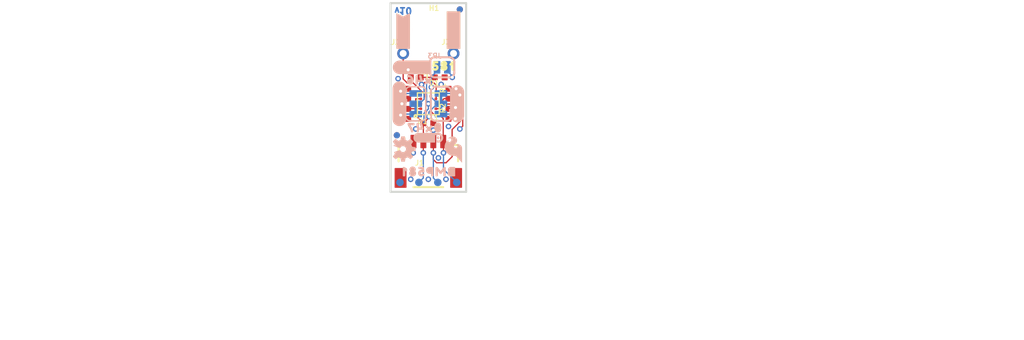
<source format=kicad_pcb>
(kicad_pcb (version 20211014) (generator pcbnew)
  (layers (0 "F.Cu" signal) (31 "B.Cu" signal) (34 "B.Paste" user) (35 "F.Paste" user) (36 "B.SilkS" user "B.Silkscreen") (37 "F.SilkS" user "F.Silkscreen") (38 "B.Mask" user) (39 "F.Mask" user) (44 "Edge.Cuts" user))
  (net 0 "")
  (net 1 "VDD")
  (net 2 "GND")
  (net 3 "SDA")
  (net 4 "SCL")
  (net 5 "ADR")
  (net 6 "INT")
  (net 7 "N$5")
  (net 8 "N$6")
  (net 9 "N$3")
  (net 10 "N$4")
  (net 11 "N$1")
  (net 12 "N$2")
  (footprint "boardEagle:0402-TIGHT" (layer "F.Cu") (at 150.5331 106.6546 90)
    (fp_text reference "R2" (at 0 -0.562 90) (layer "F.SilkS") (effects (font (size 0.512064 0.512064) (thickness 0.097536)) (justify left)))
    (fp_text value "2.2k")
    (pad "1" smd roundrect (at -0.5 0 90) (size 0.6 0.6) (layers "F.Cu" "F.Paste" "F.Mask") (roundrect_rratio 0.08466666667) (net 9 "N$3"))
    (pad "2" smd roundrect (at 0.5 0 90) (size 0.6 0.6) (layers "F.Cu" "F.Paste" "F.Mask") (roundrect_rratio 0.08466666667) (net 4 "SCL"))
  )
  (footprint "boardEagle:0402-TIGHT" (layer "F.Cu") (at 147.2311 102.9716)
    (fp_text reference "R5" (at 0 -0.562) (layer "F.SilkS") (effects (font (size 0.512064 0.512064) (thickness 0.097536)) (justify left)))
    (fp_text value "1k")
    (pad "1" smd roundrect (at -0.5 0) (size 0.6 0.6) (layers "F.Cu" "F.Paste" "F.Mask") (roundrect_rratio 0.08466666667) (net 2 "GND"))
    (pad "2" smd roundrect (at 0.5 0) (size 0.6 0.6) (layers "F.Cu" "F.Paste" "F.Mask") (roundrect_rratio 0.08466666667) (net 8 "N$6"))
  )
  (footprint "boardEagle:0402-TIGHT" (layer "F.Cu") (at 148.5011 107.5944)
    (fp_text reference "C1" (at 0 -0.562) (layer "F.SilkS") (effects (font (size 0.512064 0.512064) (thickness 0.097536)) (justify left)))
    (fp_text value "0.1uF")
    (pad "1" smd roundrect (at -0.5 0) (size 0.6 0.6) (layers "F.Cu" "F.Paste" "F.Mask") (roundrect_rratio 0.08466666667) (net 1 "VDD"))
    (pad "2" smd roundrect (at 0.5 0) (size 0.6 0.6) (layers "F.Cu" "F.Paste" "F.Mask") (roundrect_rratio 0.08466666667) (net 2 "GND"))
  )
  (footprint "boardEagle:CREATIVE_COMMONS" (layer "F.Cu") (at 125.6411 128.4986)
    (fp_text reference "FRAME1" hide)
    (fp_text value "FRAME-LETTER" hide)
  )
  (footprint "boardEagle:LED-0402" (layer "F.Cu") (at 149.6441 102.9716 180)
    (fp_text reference "D1" (at 0 -0.562) (layer "F.SilkS") (effects (font (size 0.512064 0.512064) (thickness 0.097536)) (justify right)))
    (fp_text value "RED")
    (pad "A" smd roundrect (at -0.5 0 180) (size 0.6 0.6) (layers "F.Cu" "F.Paste" "F.Mask") (roundrect_rratio 0.08466666667) (net 7 "N$5"))
    (pad "C" smd roundrect (at 0.5 0 180) (size 0.6 0.6) (layers "F.Cu" "F.Paste" "F.Mask") (roundrect_rratio 0.08466666667) (net 8 "N$6"))
  )
  (footprint "boardEagle:BMP581" (layer "F.Cu") (at 148.5011 105.6386 180)
    (fp_text reference "U1" (at 0 -1.778) (layer "F.SilkS") (effects (font (size 0.512064 0.512064) (thickness 0.097536)) (justify right)))
    (fp_text value "BMP581")
    (pad "1" smd roundrect (at 0.25 -0.7625 180) (size 0.25 0.275) (layers "F.Cu" "F.Mask") (roundrect_rratio 0.2032) (net 1 "VDD"))
    (pad "2" smd roundrect (at -0.25 -0.7625 180) (size 0.25 0.275) (layers "F.Cu" "F.Mask") (roundrect_rratio 0.2032) (net 4 "SCL"))
    (pad "3" smd roundrect (at -0.7625 -0.5 180) (size 0.275 0.25) (layers "F.Cu" "F.Mask") (roundrect_rratio 0.2032) (net 2 "GND"))
    (pad "4" smd roundrect (at -0.7625 0 180) (size 0.275 0.25) (layers "F.Cu" "F.Mask") (roundrect_rratio 0.2032) (net 3 "SDA"))
    (pad "5" smd roundrect (at -0.7625 0.5 180) (size 0.275 0.25) (layers "F.Cu" "F.Mask") (roundrect_rratio 0.2032) (net 5 "ADR"))
    (pad "6" smd roundrect (at -0.25 0.7625 180) (size 0.25 0.275) (layers "F.Cu" "F.Mask") (roundrect_rratio 0.2032) (net 1 "VDD"))
    (pad "7" smd roundrect (at 0.25 0.7625 180) (size 0.25 0.275) (layers "F.Cu" "F.Mask") (roundrect_rratio 0.2032) (net 6 "INT"))
    (pad "8" smd roundrect (at 0.7625 0.5 180) (size 0.275 0.25) (layers "F.Cu" "F.Mask") (roundrect_rratio 0.2032) (net 2 "GND"))
    (pad "9" smd roundrect (at 0.7625 0 180) (size 0.275 0.25) (layers "F.Cu" "F.Mask") (roundrect_rratio 0.2032) (net 2 "GND"))
    (pad "10" smd roundrect (at 0.7625 -0.5 180) (size 0.275 0.25) (layers "F.Cu" "F.Mask") (roundrect_rratio 0.2032) (net 1 "VDD"))
  )
  (footprint "boardEagle:#INT#0" (layer "F.Cu") (at 145.9611 100.4316 90)
    (fp_text reference "U$7" hide)
    (fp_text value "" hide)
  )
  (footprint "boardEagle:FIDUCIAL-MICRO" (layer "F.Cu") (at 145.3261 108.8136)
    (fp_text reference "FD4" hide)
    (fp_text value "FIDUCIALUFIDUCIAL" hide)
    (pad "1" smd roundrect (at 0 0) (size 0.635 0.635) (layers "F.Cu" "F.Mask") (roundrect_rratio 0.5))
  )
  (footprint "boardEagle:FIDUCIAL-MICRO" (layer "F.Cu") (at 151.6761 96.1136)
    (fp_text reference "FD1" hide)
    (fp_text value "FIDUCIALUFIDUCIAL" hide)
    (pad "1" smd roundrect (at 0 0) (size 0.635 0.635) (layers "F.Cu" "F.Mask") (roundrect_rratio 0.5))
  )
  (footprint "boardEagle:0402-TIGHT" (layer "F.Cu") (at 150.5331 104.6226 90)
    (fp_text reference "R1" (at 0 -0.562 90) (layer "F.SilkS") (effects (font (size 0.512064 0.512064) (thickness 0.097536)) (justify left)))
    (fp_text value "2.2k")
    (pad "1" smd roundrect (at -0.5 0 90) (size 0.6 0.6) (layers "F.Cu" "F.Paste" "F.Mask") (roundrect_rratio 0.08466666667) (net 3 "SDA"))
    (pad "2" smd roundrect (at 0.5 0 90) (size 0.6 0.6) (layers "F.Cu" "F.Paste" "F.Mask") (roundrect_rratio 0.08466666667) (net 10 "N$4"))
  )
  (footprint "boardEagle:1X01_1MM_NO_SILK" (layer "F.Cu") (at 145.9611 100.5586)
    (fp_text reference "J2" (at -1.27 -1.143) (layer "F.SilkS") (effects (font (size 0.512064 0.512064) (thickness 0.097536)) (justify left)))
    (fp_text value "")
    (pad "1" thru_hole circle (at 0 0 90) (size 1.2 1.2) (drill 0.7) (layers *.Cu *.Mask) (net 6 "INT"))
  )
  (footprint "boardEagle:1X01_1MM_NO_SILK" (layer "F.Cu") (at 151.0411 100.5586)
    (fp_text reference "J3" (at -1.27 -1.143) (layer "F.SilkS") (effects (font (size 0.512064 0.512064) (thickness 0.097536)) (justify left)))
    (fp_text value "")
    (pad "1" thru_hole circle (at 0 0 90) (size 1.2 1.2) (drill 0.7) (layers *.Cu *.Mask) (net 2 "GND"))
  )
  (footprint "boardEagle:#GND#0" (layer "F.Cu") (at 151.0411 100.4316 90)
    (fp_text reference "U$5" hide)
    (fp_text value "" hide)
  )
  (footprint "boardEagle:BLANK" (layer "F.Cu") (at 125.6411 128.4986)
    (fp_text reference "LOGO4" hide)
    (fp_text value "SFE_LOGO_NAMEBLANK" hide)
  )
  (footprint "boardEagle:STAND-OFF" (layer "F.Cu") (at 148.5011 98.0186)
    (fp_text reference "H1" (at 0 -2.032) (layer "F.SilkS") (effects (font (size 0.512064 0.512064) (thickness 0.097536)) (justify left)))
    (fp_text value "STAND-OFF")
    (pad "" np_thru_hole circle (at 0 0) (size 3.302 3.302) (drill 3.302) (layers *.Cu *.Mask))
  )
  (footprint "boardEagle:JST04_1MM_RA" (layer "F.Cu") (at 148.5011 109.4486)
    (fp_text reference "J1" (at -1.397 2.159) (layer "F.SilkS") (effects (font (size 0.512064 0.512064) (thickness 0.097536)) (justify left)))
    (fp_text value "QWIIC_RIGHT_ANGLE")
    (pad "1" smd roundrect (at -1.5 0) (size 0.6 1.35) (layers "F.Cu" "F.Paste" "F.Mask") (roundrect_rratio 0.08466666667) (net 2 "GND"))
    (pad "2" smd roundrect (at -0.5 0) (size 0.6 1.35) (layers "F.Cu" "F.Paste" "F.Mask") (roundrect_rratio 0.08466666667) (net 1 "VDD"))
    (pad "3" smd roundrect (at 0.5 0) (size 0.6 1.35) (layers "F.Cu" "F.Paste" "F.Mask") (roundrect_rratio 0.08466666667) (net 3 "SDA"))
    (pad "4" smd roundrect (at 1.5 0) (size 0.6 1.35) (layers "F.Cu" "F.Paste" "F.Mask") (roundrect_rratio 0.08466666667) (net 4 "SCL"))
    (pad "NC1" smd roundrect (at 2.8 3.675) (size 1.2 2) (layers "F.Cu" "F.Paste" "F.Mask") (roundrect_rratio 0.04233333333))
    (pad "NC2" smd roundrect (at -2.8 3.675) (size 1.2 2) (layers "F.Cu" "F.Paste" "F.Mask") (roundrect_rratio 0.04233333333))
  )
  (footprint "boardEagle:0402-TIGHT" (layer "F.Cu") (at 146.4691 104.6226 90)
    (fp_text reference "R4" (at 0 -0.562 90) (layer "F.SilkS") (effects (font (size 0.512064 0.512064) (thickness 0.097536)) (justify left)))
    (fp_text value "10K")
    (pad "1" smd roundrect (at -0.5 0 90) (size 0.6 0.6) (layers "F.Cu" "F.Paste" "F.Mask") (roundrect_rratio 0.08466666667) (net 2 "GND"))
    (pad "2" smd roundrect (at 0.5 0 90) (size 0.6 0.6) (layers "F.Cu" "F.Paste" "F.Mask") (roundrect_rratio 0.08466666667) (net 12 "N$2"))
  )
  (footprint "boardEagle:0402-TIGHT" (layer "F.Cu") (at 146.4691 106.6546 90)
    (fp_text reference "R3" (at 0 -0.562 90) (layer "F.SilkS") (effects (font (size 0.512064 0.512064) (thickness 0.097536)) (justify left)))
    (fp_text value "10K")
    (pad "1" smd roundrect (at -0.5 0 90) (size 0.6 0.6) (layers "F.Cu" "F.Paste" "F.Mask") (roundrect_rratio 0.08466666667) (net 11 "N$1"))
    (pad "2" smd roundrect (at 0.5 0 90) (size 0.6 0.6) (layers "F.Cu" "F.Paste" "F.Mask") (roundrect_rratio 0.08466666667) (net 1 "VDD"))
  )
  (footprint "boardEagle:BMP5810" (layer "F.Cu") (at 148.5011 101.8286)
    (fp_text reference "U$1" hide)
    (fp_text value "" hide)
  )
  (footprint "boardEagle:PAD.03X.03" (layer "B.Cu") (at 149.4536 113.5761 180)
    (fp_text reference "TP3" hide)
    (fp_text value "TEST-POINT3" hide)
    (pad "1" smd roundrect (at 0 0 180) (size 0.762 0.762) (layers "B.Cu" "B.Mask") (roundrect_rratio 0.5) (net 3 "SDA"))
  )
  (footprint "boardEagle:FIDUCIAL-MICRO" (layer "B.Cu") (at 151.6761 96.1136 180)
    (fp_text reference "FD2" hide)
    (fp_text value "FIDUCIALUFIDUCIAL" hide)
    (pad "1" smd roundrect (at 0 0 180) (size 0.635 0.635) (layers "B.Cu" "B.Mask") (roundrect_rratio 0.5))
  )
  (footprint "boardEagle:BMP5810" (layer "B.Cu") (at 148.5011 112.4966 180)
    (fp_text reference "U$2" hide)
    (fp_text value "" hide)
  )
  (footprint "boardEagle:#INT#0" (layer "B.Cu") (at 145.9611 100.4316 90)
    (fp_text reference "U$8" hide)
    (fp_text value "" hide)
  )
  (footprint "boardEagle:OSHW-LOGO-MINI" (layer "B.Cu") (at 145.9611 110.2106 90)
    (fp_text reference "LOGO1" hide)
    (fp_text value "OSHW-LOGOMINI" hide)
  )
  (footprint "boardEagle:SFE_LOGO_FLAME_.1" (layer "B.Cu") (at 151.0411 110.2106 180)
    (fp_text reference "LOGO2" hide)
    (fp_text value "SFE_LOGO_FLAME.1_INCH" hide)
  )
  (footprint "boardEagle:SMT-JUMPER_2_NC_TRACE_SILK" (layer "B.Cu") (at 149.8981 101.9556 180)
    (fp_text reference "JP3" (at 0 1.143) (layer "B.SilkS") (effects (font (size 0.512064 0.512064) (thickness 0.097536)) (justify left mirror)))
    (fp_text value "LED")
    (fp_poly (pts (xy 0.03175 -0.13335) (xy -0.70485 -0.13335) (xy -0.70485 0.13335) (xy 0.03175 0.13335)) (layer "B.Cu") (width 0) (fill solid))
    (fp_poly (pts (xy 0.70485 -0.13335) (xy -0.03175 -0.13335) (xy -0.03175 0.13335) (xy 0.70485 0.13335)) (layer "B.Cu") (width 0) (fill solid))
    (pad "1" smd roundrect (at -0.5207 0 180) (size 0.6604 1.27) (layers "B.Cu" "B.Mask") (roundrect_rratio 0.07692307692) (net 7 "N$5"))
    (pad "2" smd roundrect (at 0.5207 0 180) (size 0.6604 1.27) (layers "B.Cu" "B.Mask") (roundrect_rratio 0.07692307692) (net 1 "VDD"))
  )
  (footprint "boardEagle:#I2C#0" (layer "B.Cu") (at 151.4221 105.6386 90)
    (fp_text reference "U$3" hide)
    (fp_text value "" hide)
  )
  (footprint "boardEagle:FIDUCIAL-MICRO" (layer "B.Cu") (at 145.3261 108.8136 180)
    (fp_text reference "FD3" hide)
    (fp_text value "FIDUCIALUFIDUCIAL" hide)
    (pad "1" smd roundrect (at 0 0 180) (size 0.635 0.635) (layers "B.Cu" "B.Mask") (roundrect_rratio 0.5))
  )
  (footprint "boardEagle:PAD.03X.03" (layer "B.Cu") (at 145.6436 113.5761 180)
    (fp_text reference "TP1" hide)
    (fp_text value "TEST-POINT3" hide)
    (pad "1" smd roundrect (at 0 0 180) (size 0.762 0.762) (layers "B.Cu" "B.Mask") (roundrect_rratio 0.5) (net 2 "GND"))
  )
  (footprint "boardEagle:X460" (layer "B.Cu") (at 149.5171 103.2256 180)
    (fp_text reference "U$10" hide)
    (fp_text value "" hide)
  )
  (footprint "boardEagle:PAD.03X.03" (layer "B.Cu") (at 147.5486 113.5761 180)
    (fp_text reference "TP2" hide)
    (fp_text value "TEST-POINT3" hide)
    (pad "1" smd roundrect (at 0 0 180) (size 0.762 0.762) (layers "B.Cu" "B.Mask") (roundrect_rratio 0.5) (net 1 "VDD"))
  )
  (footprint "boardEagle:#LED#0" (layer "B.Cu") (at 149.1361 101.9556 180)
    (fp_text reference "U$9" hide)
    (fp_text value "" hide)
  )
  (footprint "boardEagle:#ADR#0" (layer "B.Cu") (at 145.5801 105.6386 90)
    (fp_text reference "U$4" hide)
    (fp_text value "" hide)
  )
  (footprint "boardEagle:SMT-JUMPER_3_1-NC_TRACE_SILK" (layer "B.Cu") (at 147.2311 105.6386 -90)
    (fp_text reference "JP1" (at 0 1.143 -270) (layer "B.SilkS") (effects (font (size 0.512064 0.512064) (thickness 0.097536)) (justify right mirror)))
    (fp_text value "ADR")
    (fp_poly (pts (xy 0.53975 -0.13335) (xy -0.19685 -0.13335) (xy -0.19685 0.13335) (xy 0.53975 0.13335)) (layer "B.Cu") (width 0) (fill solid))
    (fp_poly (pts (xy 1.23825 -0.13335) (xy 0.50165 -0.13335) (xy 0.50165 0.13335) (xy 1.23825 0.13335)) (layer "B.Cu") (width 0) (fill solid))
    (pad "1" smd roundrect (at -1.0414 0 270) (size 0.6604 1.27) (layers "B.Cu" "B.Mask") (roundrect_rratio 0.07692307692) (net 12 "N$2"))
    (pad "2" smd roundrect (at 0 0 270) (size 0.6604 1.27) (layers "B.Cu" "B.Mask") (roundrect_rratio 0.07692307692) (net 5 "ADR"))
    (pad "3" smd roundrect (at 1.0414 0 270) (size 0.6604 1.27) (layers "B.Cu" "B.Mask") (roundrect_rratio 0.07692307692) (net 11 "N$1"))
  )
  (footprint "boardEagle:#GND#0" (layer "B.Cu") (at 151.0411 100.4316 90)
    (fp_text reference "U$6" hide)
    (fp_text value "" hide)
  )
  (footprint "boardEagle:0X470" (layer "B.Cu") (at 150.5331 108.0516 180)
    (fp_text reference "U$11" hide)
    (fp_text value "" hide)
  )
  (footprint "boardEagle:SMT-JUMPER_3_2-NC_TRACE_SILK" (layer "B.Cu") (at 149.7711 105.6386 90)
    (fp_text reference "JP2" (at 0 1.143 90) (layer "B.SilkS") (effects (font (size 0.512064 0.512064) (thickness 0.097536)) (justify left mirror)))
    (fp_text value "I2C")
    (fp_poly (pts (xy -0.50165 -0.13335) (xy -1.23825 -0.13335) (xy -1.23825 0.13335) (xy -0.50165 0.13335)) (layer "B.Cu") (width 0) (fill solid))
    (fp_poly (pts (xy 0.53975 -0.13335) (xy -0.53975 -0.13335) (xy -0.53975 0.13335) (xy 0.53975 0.13335)) (layer "B.Cu") (width 0) (fill solid))
    (fp_poly (pts (xy 1.23825 -0.13335) (xy 0.50165 -0.13335) (xy 0.50165 0.13335) (xy 1.23825 0.13335)) (layer "B.Cu") (width 0) (fill solid))
    (pad "1" smd roundrect (at -1.0414 0 90) (size 0.6604 1.27) (layers "B.Cu" "B.Mask") (roundrect_rratio 0.07692307692) (net 9 "N$3"))
    (pad "2" smd roundrect (at 0 0 90) (size 0.6604 1.27) (layers "B.Cu" "B.Mask") (roundrect_rratio 0.07692307692) (net 1 "VDD"))
    (pad "3" smd roundrect (at 1.0414 0 90) (size 0.6604 1.27) (layers "B.Cu" "B.Mask") (roundrect_rratio 0.07692307692) (net 10 "N$4"))
  )
  (footprint "boardEagle:PAD.03X.03" (layer "B.Cu") (at 151.3586 113.5761 180)
    (fp_text reference "TP4" hide)
    (fp_text value "TEST-POINT3" hide)
    (pad "1" smd roundrect (at 0 0 180) (size 0.762 0.762) (layers "B.Cu" "B.Mask") (roundrect_rratio 0.5) (net 4 "SCL"))
  )
  (footprint "boardEagle:QWIIC_3MM" (layer "B.Cu") (at 148.5011 109.0676 180)
    (fp_text reference "LOGO3" hide)
    (fp_text value "QWIIC_LOGO_3MM" hide)
  )
  (gr_line (start 152.3111 95.4786) (end 144.6911 95.4786) (layer "Edge.Cuts") (width 0.2032))
  (gr_line (start 144.6911 114.5286) (end 152.3111 114.5286) (layer "Edge.Cuts") (width 0.2032))
  (gr_line (start 144.6911 95.4786) (end 144.6911 114.5286) (layer "Edge.Cuts") (width 0.2032))
  (gr_line (start 152.3111 114.5286) (end 152.3111 95.4786) (layer "Edge.Cuts") (width 0.2032))
  (gr_text "v10" (at 145.9611 96.2406 -180) (layer "B.Cu") (effects (font (size 0.65024 0.65024) (thickness 0.16256)) (justify mirror)))
  (segment (start 148.0011 107.5944) (end 148.5519 107.0436) (width 0.127) (layer "F.Cu") (net 1))
  (segment (start 148.0011 109.4486) (end 147.9931 109.4566) (width 0.127) (layer "F.Cu") (net 1))
  (segment (start 148.2511 106.6332) (end 148.5519 106.934) (width 0.127) (layer "F.Cu") (net 1))
  (segment (start 148.7511 104.8761) (end 148.7511 104.017) (width 0.127) (layer "F.Cu") (net 1))
  (segment (start 148.5519 107.0436) (end 148.5519 106.934) (width 0.127) (layer "F.Cu") (net 1))
  (segment (start 148.0011 107.5944) (end 148.0011 109.4486) (width 0.127) (layer "F.Cu") (net 1))
  (segment (start 148.0011 107.5944) (end 147.2311 106.8244) (width 0.127) (layer "F.Cu") (net 1))
  (segment (start 147.2311 106.8244) (end 147.2311 106.1386) (width 0.127) (layer "F.Cu") (net 1))
  (segment (start 148.2511 106.4011) (end 148.2511 106.6332) (width 0.127) (layer "F.Cu") (net 1))
  (segment (start 147.7386 106.1386) (end 147.2311 106.1386) (width 0.127) (layer "F.Cu") (net 1))
  (segment (start 148.7511 104.017) (end 148.8059 103.9622) (width 0.127) (layer "F.Cu") (net 1))
  (segment (start 147.9931 109.4566) (end 147.9931 110.5916) (width 0.127) (layer "F.Cu") (net 1))
  (segment (start 146.4691 106.1546) (end 146.4851 106.1386) (width 0.127) (layer "F.Cu") (net 1))
  (segment (start 146.4851 106.1386) (end 147.2311 106.1386) (width 0.127) (layer "F.Cu") (net 1))
  (via (at 148.8059 103.9622) (size 0.5588) (drill 0.3048) (layers "F.Cu" "B.Cu") (net 1))
  (via (at 148.5519 106.934) (size 0.5588) (drill 0.3048) (layers "F.Cu" "B.Cu") (net 1))
  (via (at 147.9931 110.5916) (size 0.5588) (drill 0.3048) (layers "F.Cu" "B.Cu") (net 1))
  (segment (start 149.7711 105.6386) (end 149.450896 105.6386) (width 0.127) (layer "B.Cu") (net 1))
  (segment (start 149.3901 105.6386) (end 148.5519 106.4768) (width 0.127) (layer "B.Cu") (net 1))
  (segment (start 147.9931 110.5916) (end 147.9931 113.1316) (width 0.127) (layer "B.Cu") (net 1))
  (segment (start 147.9931 113.1316) (end 147.5486 113.5761) (width 0.127) (layer "B.Cu") (net 1))
  (segment (start 149.3774 102.3366) (end 149.3774 101.9556) (width 0.127) (layer "B.Cu") (net 1))
  (segment (start 148.5519 106.4768) (end 148.5519 106.934) (width 0.127) (layer "B.Cu") (net 1))
  (segment (start 148.8059 103.9622) (end 148.8059 102.9081) (width 0.127) (layer "B.Cu") (net 1))
  (segment (start 148.8059 104.993607) (end 148.8059 103.9622) (width 0.127) (layer "B.Cu") (net 1))
  (segment (start 148.975996 105.163704) (end 148.8059 104.993607) (width 0.127) (layer "B.Cu") (net 1))
  (segment (start 149.450896 105.6386) (end 148.975996 105.163704) (width 0.127) (layer "B.Cu") (net 1))
  (segment (start 149.7711 105.6386) (end 149.3901 105.6386) (width 0.127) (layer "B.Cu") (net 1))
  (segment (start 148.8059 102.9081) (end 149.3774 102.3366) (width 0.127) (layer "B.Cu") (net 1))
  (segment (start 151.9682 107.8865) (end 151.9682 105.0417) (width 0.127) (layer "F.Cu") (net 2))
  (segment (start 150.027193 105.6641) (end 151.0156 105.6641) (width 0.127) (layer "F.Cu") (net 2))
  (segment (start 151.0156 105.6641) (end 151.0411 105.6386) (width 0.127) (layer "F.Cu") (net 2))
  (segment (start 147.2311 105.6386) (end 147.2311 105.1386) (width 0.127) (layer "F.Cu") (net 2))
  (segment (start 151.6761 108.1786) (end 151.9682 107.8865) (width 0.127) (layer "F.Cu") (net 2))
  (segment (start 149.2636 106.1386) (end 149.552693 106.1386) (width 0.127) (layer "F.Cu") (net 2))
  (segment (start 149.552693 106.1386) (end 150.027193 105.6641) (width 0.127) (layer "F.Cu") (net 2))
  (segment (start 147.7386 105.6386) (end 147.2311 105.6386) (width 0.127) (layer "F.Cu") (net 2))
  (segment (start 147.7386 105.1386) (end 147.2311 105.1386) (width 0.127) (layer "F.Cu") (net 2))
  (segment (start 151.9682 105.0417) (end 151.6761 104.7496) (width 0.127) (layer "F.Cu") (net 2))
  (via (at 150.5331 107.9246) (size 0.5588) (drill 0.3048) (layers "F.Cu" "B.Cu") (net 2))
  (via (at 146.9771 110.5916) (size 0.5588) (drill 0.3048) (layers "F.Cu" "B.Cu") (net 2))
  (via (at 146.7231 113.2586) (size 0.5588) (drill 0.3048) (layers "F.Cu" "B.Cu") (net 2))
  (via (at 150.2791 113.2586) (size 0.5588) (drill 0.3048) (layers "F.Cu" "B.Cu") (net 2))
  (via (at 149.5171 111.0996) (size 0.5588) (drill 0.3048) (layers "F.Cu" "B.Cu") (net 2))
  (via (at 151.6761 104.7496) (size 0.5588) (drill 0.3048) (layers "F.Cu" "B.Cu") (net 2))
  (via (at 149.0091 108.3056) (size 0.5588) (drill 0.3048) (layers "F.Cu" "B.Cu") (net 2))
  (via (at 148.5011 105.6386) (size 0.5588) (drill 0.3048) (layers "F.Cu" "B.Cu") (net 2))
  (via (at 149.7965 103.6828) (size 0.5588) (drill 0.3048) (layers "F.Cu" "B.Cu") (net 2))
  (via (at 145.8341 105.6386) (size 0.5588) (drill 0.3048) (layers "F.Cu" "B.Cu") (net 2))
  (via (at 146.4691 102.2096) (size 0.5588) (drill 0.3048) (layers "F.Cu" "B.Cu") (net 2))
  (via (at 151.238965 106.0196) (size 0.5588) (drill 0.3048) (layers "F.Cu" "B.Cu") (net 2))
  (via (at 145.4531 103.0986) (size 0.5588) (drill 0.3048) (layers "F.Cu" "B.Cu") (net 2))
  (via (at 147.2311 108.1786) (size 0.5588) (drill 0.3048) (layers "F.Cu" "B.Cu") (net 2))
  (via (at 148.5011 113.2586) (size 0.5588) (drill 0.3048) (layers "F.Cu" "B.Cu") (net 2))
  (via (at 151.6761 108.1786) (size 0.5588) (drill 0.3048) (layers "F.Cu" "B.Cu") (net 2))
  (segment (start 148.0582 106.611288) (end 148.0582 107.4785) (width 0.127) (layer "B.Cu") (net 2))
  (segment (start 148.0582 107.4785) (end 147.9931 107.5436) (width 0.127) (layer "B.Cu") (net 2))
  (segment (start 148.3233 103.0732) (end 148.3233 105.4608) (width 0.127) (layer "B.Cu") (net 2))
  (segment (start 145.728 113.5761) (end 145.6436 113.5761) (width 0.127) (layer "B.Cu") (net 2))
  (segment (start 148.5011 106.168388) (end 148.0582 106.611288) (width 0.127) (layer "B.Cu") (net 2))
  (segment (start 148.5011 105.6386) (end 148.3233 105.4608) (width 0.127) (layer "B.Cu") (net 2))
  (segment (start 148.5011 105.6386) (end 148.5011 106.168388) (width 0.127) (layer "B.Cu") (net 2))
  (segment (start 151.7126 105.556744) (end 151.351556 105.1957) (width 0.127) (layer "F.Cu") (net 3))
  (segment (start 149.333643 111.5933) (end 150.284756 111.5933) (width 0.127) (layer "F.Cu") (net 3))
  (segment (start 150.898 110.980057) (end 150.898 108.236857) (width 0.127) (layer "F.Cu") (net 3))
  (segment (start 149.0011 109.4486) (end 149.0091 109.4566) (width 0.127) (layer "F.Cu") (net 3))
  (segment (start 149.0091 109.4566) (end 149.0091 110.5916) (width 0.127) (layer "F.Cu") (net 3))
  (segment (start 151.7126 107.422257) (end 151.7126 105.556744) (width 0.127) (layer "F.Cu") (net 3))
  (segment (start 149.2636 105.6386) (end 149.566481 105.6386) (width 0.127) (layer "F.Cu") (net 3))
  (segment (start 150.082481 105.1226) (end 150.5331 105.1226) (width 0.127) (layer "F.Cu") (net 3))
  (segment (start 150.284756 111.5933) (end 150.898 110.980057) (width 0.127) (layer "F.Cu") (net 3))
  (segment (start 150.6062 105.1957) (end 150.5331 105.1226) (width 0.127) (layer "F.Cu") (net 3))
  (segment (start 150.898 108.236857) (end 151.7126 107.422257) (width 0.127) (layer "F.Cu") (net 3))
  (segment (start 149.0091 110.5916) (end 149.0091 111.268757) (width 0.127) (layer "F.Cu") (net 3))
  (segment (start 149.0091 111.268757) (end 149.333643 111.5933) (width 0.127) (layer "F.Cu") (net 3))
  (segment (start 149.566481 105.6386) (end 150.082481 105.1226) (width 0.127) (layer "F.Cu") (net 3))
  (segment (start 151.351556 105.1957) (end 150.6062 105.1957) (width 0.127) (layer "F.Cu") (net 3))
  (via (at 149.0091 110.5916) (size 0.5588) (drill 0.3048) (layers "F.Cu" "B.Cu") (net 3))
  (segment (start 149.0091 110.5916) (end 149.0091 113.1316) (width 0.127) (layer "B.Cu") (net 3))
  (segment (start 149.0091 113.1316) (end 149.4536 113.5761) (width 0.127) (layer "B.Cu") (net 3))
  (segment (start 149.7791 106.9086) (end 150.5331 106.1546) (width 0.127) (layer "F.Cu") (net 4))
  (segment (start 148.7511 106.4011) (end 149.2536 106.9036) (width 0.127) (layer "F.Cu") (net 4))
  (segment (start 149.2586 106.9036) (end 149.2586 106.9086) (width 0.127) (layer "F.Cu") (net 4))
  (segment (start 150.0011 109.4486) (end 150.0011 107.1306) (width 0.127) (layer "F.Cu") (net 4))
  (segment (start 150.0251 109.4726) (end 150.0251 110.5916) (width 0.127) (layer "F.Cu") (net 4))
  (segment (start 149.2586 106.9086) (end 149.7791 106.9086) (width 0.127) (layer "F.Cu") (net 4))
  (segment (start 149.2536 106.9036) (end 149.2586 106.9036) (width 0.127) (layer "F.Cu") (net 4))
  (segment (start 150.0011 109.4486) (end 150.0251 109.4726) (width 0.127) (layer "F.Cu") (net 4))
  (segment (start 150.0011 107.1306) (end 149.7791 106.9086) (width 0.127) (layer "F.Cu") (net 4))
  (via (at 150.0251 110.5916) (size 0.5588) (drill 0.3048) (layers "F.Cu" "B.Cu") (net 4))
  (segment (start 150.0251 110.5916) (end 150.0251 112.2426) (width 0.127) (layer "B.Cu") (net 4))
  (segment (start 150.0251 112.2426) (end 151.3586 113.5761) (width 0.127) (layer "B.Cu") (net 4))
  (segment (start 148.1455 103.4796) (end 147.9423 103.6828) (width 0.127) (layer "F.Cu") (net 5))
  (segment (start 149.0091 103.4796) (end 148.1455 103.4796) (width 0.127) (layer "F.Cu") (net 5))
  (segment (start 149.2885 105.1137) (end 149.2885 103.759) (width 0.127) (layer "F.Cu") (net 5))
  (segment (start 147.8153 103.6828) (end 147.9423 103.6828) (width 0.127) (layer "F.Cu") (net 5))
  (segment (start 149.2636 105.1386) (end 149.2885 105.1137) (width 0.127) (layer "F.Cu") (net 5))
  (segment (start 149.2885 103.759) (end 149.0091 103.4796) (width 0.127) (layer "F.Cu") (net 5))
  (via (at 147.8153 103.6828) (size 0.5588) (drill 0.3048) (layers "F.Cu" "B.Cu") (net 5))
  (segment (start 148.0693 103.9368) (end 148.0693 105.1814) (width 0.127) (layer "B.Cu") (net 5))
  (segment (start 148.0693 103.9368) (end 147.8153 103.6828) (width 0.127) (layer "B.Cu") (net 5))
  (segment (start 147.2311 105.6386) (end 147.6121 105.6386) (width 0.127) (layer "B.Cu") (net 5))
  (segment (start 147.6121 105.6386) (end 148.0693 105.1814) (width 0.127) (layer "B.Cu") (net 5))
  (segment (start 148.2511 104.8049) (end 146.9813 103.5351) (width 0.127) (layer "F.Cu") (net 6))
  (segment (start 146.9813 103.5351) (end 146.371062 103.5351) (width 0.127) (layer "F.Cu") (net 6))
  (segment (start 148.2511 104.8761) (end 148.2511 104.8049) (width 0.127) (layer "F.Cu") (net 6))
  (segment (start 146.371062 103.5351) (end 145.9611 103.125138) (width 0.127) (layer "F.Cu") (net 6))
  (segment (start 145.9611 103.125138) (end 145.9611 100.5586) (width 0.127) (layer "F.Cu") (net 6))
  (segment (start 150.1441 102.9716) (end 150.9141 102.9716) (width 0.127) (layer "F.Cu") (net 7))
  (via (at 150.9141 102.9716) (size 0.5588) (drill 0.3048) (layers "F.Cu" "B.Cu") (net 7))
  (segment (start 150.9141 102.9716) (end 150.9141 102.8319) (width 0.127) (layer "B.Cu") (net 7))
  (segment (start 150.4188 102.3366) (end 150.4188 101.9556) (width 0.127) (layer "B.Cu") (net 7))
  (segment (start 150.9141 102.8319) (end 150.4188 102.3366) (width 0.127) (layer "B.Cu") (net 7))
  (segment (start 149.1441 102.9716) (end 147.7311 102.9716) (width 0.127) (layer "F.Cu") (net 8))
  (segment (start 151.2109 107.1546) (end 151.2189 107.1626) (width 0.127) (layer "F.Cu") (net 9))
  (segment (start 150.5331 107.1546) (end 151.2109 107.1546) (width 0.127) (layer "F.Cu") (net 9))
  (via (at 151.2189 107.1626) (size 0.5588) (drill 0.3048) (layers "F.Cu" "B.Cu") (net 9))
  (segment (start 151.2189 107.1626) (end 150.7363 106.68) (width 0.127) (layer "B.Cu") (net 9))
  (segment (start 150.7363 106.68) (end 149.7711 106.68) (width 0.127) (layer "B.Cu") (net 9))
  (segment (start 150.5331 104.1226) (end 151.2871 104.1226) (width 0.127) (layer "F.Cu") (net 10))
  (segment (start 151.2871 104.1226) (end 151.2951 104.1146) (width 0.127) (layer "F.Cu") (net 10))
  (via (at 151.2951 104.1146) (size 0.5588) (drill 0.3048) (layers "F.Cu" "B.Cu") (net 10))
  (segment (start 150.8125 104.5972) (end 149.7711 104.5972) (width 0.127) (layer "B.Cu") (net 10))
  (segment (start 151.2951 104.1146) (end 150.8125 104.5972) (width 0.127) (layer "B.Cu") (net 10))
  (segment (start 146.4691 107.1546) (end 146.0801 107.1546) (width 0.127) (layer "F.Cu") (net 11))
  (segment (start 146.0801 107.1546) (end 145.7071 106.7816) (width 0.127) (layer "F.Cu") (net 11))
  (via (at 145.7071 106.7816) (size 0.5588) (drill 0.3048) (layers "F.Cu" "B.Cu") (net 11))
  (segment (start 145.8087 106.68) (end 147.2311 106.68) (width 0.127) (layer "B.Cu") (net 11))
  (segment (start 145.7071 106.7816) (end 145.8087 106.68) (width 0.127) (layer "B.Cu") (net 11))
  (segment (start 145.9531 104.1226) (end 145.7071 104.3686) (width 0.127) (layer "F.Cu") (net 12))
  (segment (start 146.4691 104.1226) (end 145.9531 104.1226) (width 0.127) (layer "F.Cu") (net 12))
  (via (at 145.7071 104.3686) (size 0.5588) (drill 0.3048) (layers "F.Cu" "B.Cu") (net 12))
  (segment (start 145.7071 104.3686) (end 145.9357 104.5972) (width 0.127) (layer "B.Cu") (net 12))
  (segment (start 145.9357 104.5972) (end 147.2311 104.5972) (width 0.127) (layer "B.Cu") (net 12))
)
</source>
